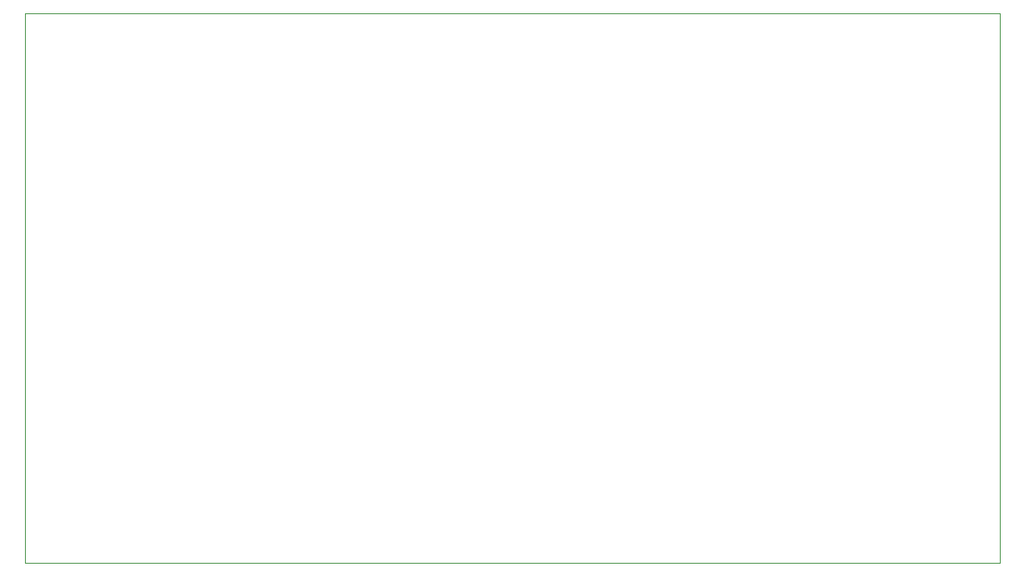
<source format=gm1>
G04 #@! TF.GenerationSoftware,KiCad,Pcbnew,(5.1.6)-1*
G04 #@! TF.CreationDate,2020-12-31T13:30:19+09:00*
G04 #@! TF.ProjectId,ERK01_PSU_EXT,45524b30-315f-4505-9355-5f4558542e6b,Ver.1.1*
G04 #@! TF.SameCoordinates,Original*
G04 #@! TF.FileFunction,Profile,NP*
%FSLAX46Y46*%
G04 Gerber Fmt 4.6, Leading zero omitted, Abs format (unit mm)*
G04 Created by KiCad (PCBNEW (5.1.6)-1) date 2020-12-31 13:30:19*
%MOMM*%
%LPD*%
G01*
G04 APERTURE LIST*
G04 #@! TA.AperFunction,Profile*
%ADD10C,0.050000*%
G04 #@! TD*
G04 APERTURE END LIST*
D10*
X195580000Y-71120000D02*
X96520000Y-71120000D01*
X195580000Y-127000000D02*
X195580000Y-71120000D01*
X96520000Y-127000000D02*
X195580000Y-127000000D01*
X96520000Y-71120000D02*
X96520000Y-127000000D01*
M02*

</source>
